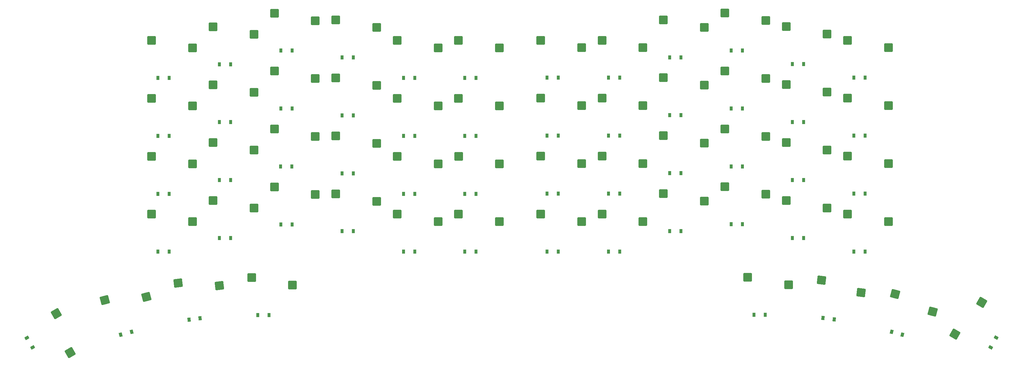
<source format=gbr>
%TF.GenerationSoftware,KiCad,Pcbnew,7.0.10*%
%TF.CreationDate,2024-02-10T22:50:59-05:00*%
%TF.ProjectId,blahajergo,626c6168-616a-4657-9267-6f2e6b696361,rev?*%
%TF.SameCoordinates,Original*%
%TF.FileFunction,Paste,Bot*%
%TF.FilePolarity,Positive*%
%FSLAX46Y46*%
G04 Gerber Fmt 4.6, Leading zero omitted, Abs format (unit mm)*
G04 Created by KiCad (PCBNEW 7.0.10) date 2024-02-10 22:50:59*
%MOMM*%
%LPD*%
G01*
G04 APERTURE LIST*
G04 Aperture macros list*
%AMRoundRect*
0 Rectangle with rounded corners*
0 $1 Rounding radius*
0 $2 $3 $4 $5 $6 $7 $8 $9 X,Y pos of 4 corners*
0 Add a 4 corners polygon primitive as box body*
4,1,4,$2,$3,$4,$5,$6,$7,$8,$9,$2,$3,0*
0 Add four circle primitives for the rounded corners*
1,1,$1+$1,$2,$3*
1,1,$1+$1,$4,$5*
1,1,$1+$1,$6,$7*
1,1,$1+$1,$8,$9*
0 Add four rect primitives between the rounded corners*
20,1,$1+$1,$2,$3,$4,$5,0*
20,1,$1+$1,$4,$5,$6,$7,0*
20,1,$1+$1,$6,$7,$8,$9,0*
20,1,$1+$1,$8,$9,$2,$3,0*%
%AMRotRect*
0 Rectangle, with rotation*
0 The origin of the aperture is its center*
0 $1 length*
0 $2 width*
0 $3 Rotation angle, in degrees counterclockwise*
0 Add horizontal line*
21,1,$1,$2,0,0,$3*%
G04 Aperture macros list end*
%ADD10RoundRect,0.250000X-1.025000X-1.000000X1.025000X-1.000000X1.025000X1.000000X-1.025000X1.000000X0*%
%ADD11R,0.900000X1.200000*%
%ADD12RoundRect,0.250000X-0.895490X-1.117462X1.139229X-0.867630X0.895490X1.117462X-1.139229X0.867630X0*%
%ADD13RoundRect,0.250000X0.353525X-1.387676X1.378525X0.387676X-0.353525X1.387676X-1.378525X-0.387676X0*%
%ADD14RoundRect,0.250000X-1.248893X-0.700636X0.731255X-1.231215X1.248893X0.700636X-0.731255X1.231215X0*%
%ADD15RotRect,0.900000X1.200000X7.000000*%
%ADD16RotRect,0.900000X1.200000X15.000000*%
%ADD17RotRect,0.900000X1.200000X353.000000*%
%ADD18RoundRect,0.250000X-0.731255X-1.231215X1.248893X-0.700636X0.731255X1.231215X-1.248893X0.700636X0*%
%ADD19RotRect,0.900000X1.200000X60.000000*%
%ADD20RoundRect,0.250000X-1.378525X0.387676X-0.353525X-1.387676X1.378525X-0.387676X0.353525X1.387676X0*%
%ADD21RoundRect,0.250000X-1.139229X-0.867630X0.895490X-1.117462X1.139229X0.867630X-0.895490X1.117462X0*%
%ADD22RotRect,0.900000X1.200000X345.000000*%
%ADD23RotRect,0.900000X1.200000X300.000000*%
G04 APERTURE END LIST*
D10*
%TO.C,S47*%
X127153105Y-98686896D03*
X139153105Y-100886896D03*
%TD*%
D11*
%TO.C,D29*%
X201003105Y-113686896D03*
X204303105Y-113686896D03*
%TD*%
%TO.C,D8*%
X243106647Y-164643310D03*
X246406647Y-164643310D03*
%TD*%
%TO.C,D37*%
X165003105Y-107686896D03*
X168303105Y-107686896D03*
%TD*%
%TO.C,D45*%
X147003105Y-156686896D03*
X150303105Y-156686896D03*
%TD*%
D10*
%TO.C,S31*%
X199159532Y-136681213D03*
X211159532Y-138881213D03*
%TD*%
%TO.C,S43*%
X145153105Y-111686896D03*
X157153105Y-113886896D03*
%TD*%
%TO.C,S1*%
X223256647Y-102643310D03*
X235256647Y-104843310D03*
%TD*%
%TO.C,S34*%
X181153105Y-119686896D03*
X193153105Y-121886896D03*
%TD*%
D11*
%TO.C,D1*%
X225106647Y-113643310D03*
X228406647Y-113643310D03*
%TD*%
D10*
%TO.C,S30*%
X199147050Y-119673862D03*
X211147050Y-121873862D03*
%TD*%
%TO.C,S42*%
X145153105Y-94686896D03*
X157153105Y-96886896D03*
%TD*%
D11*
%TO.C,D30*%
X201003105Y-130686896D03*
X204303105Y-130686896D03*
%TD*%
D10*
%TO.C,S38*%
X163153105Y-113686896D03*
X175153105Y-115886896D03*
%TD*%
%TO.C,S39*%
X163153105Y-130686896D03*
X175153105Y-132886896D03*
%TD*%
D11*
%TO.C,D41*%
X140307760Y-183250322D03*
X143607760Y-183250322D03*
%TD*%
D12*
%TO.C,S46*%
X116869027Y-173923835D03*
X129047694Y-174645004D03*
%TD*%
D13*
%TO.C,S28*%
X344750409Y-188850802D03*
X352655664Y-179558497D03*
%TD*%
D10*
%TO.C,S33*%
X181153105Y-102686896D03*
X193153105Y-104886896D03*
%TD*%
D11*
%TO.C,D31*%
X201003105Y-147686896D03*
X204303105Y-147686896D03*
%TD*%
D10*
%TO.C,S22*%
X295256647Y-149643310D03*
X307256647Y-151843310D03*
%TD*%
%TO.C,S10*%
X259256647Y-113643310D03*
X271256647Y-115843310D03*
%TD*%
D14*
%TO.C,S23*%
X327229745Y-177070906D03*
X338251453Y-182301772D03*
%TD*%
D10*
%TO.C,S35*%
X181153105Y-136686896D03*
X193153105Y-138886896D03*
%TD*%
%TO.C,S15*%
X277256647Y-111643310D03*
X289256647Y-113843310D03*
%TD*%
D11*
%TO.C,D54*%
X111003105Y-147686896D03*
X114303105Y-147686896D03*
%TD*%
%TO.C,D17*%
X279106647Y-156643310D03*
X282406647Y-156643310D03*
%TD*%
D10*
%TO.C,S2*%
X223256647Y-119643310D03*
X235256647Y-121843310D03*
%TD*%
D11*
%TO.C,D4*%
X225106647Y-164643310D03*
X228406647Y-164643310D03*
%TD*%
D10*
%TO.C,S37*%
X163153105Y-96686896D03*
X175153105Y-98886896D03*
%TD*%
%TO.C,S29*%
X199153105Y-102686896D03*
X211153105Y-104886896D03*
%TD*%
D11*
%TO.C,D25*%
X315106647Y-130643310D03*
X318406647Y-130643310D03*
%TD*%
%TO.C,D19*%
X297106647Y-109643310D03*
X300406647Y-109643310D03*
%TD*%
D10*
%TO.C,S44*%
X145153105Y-128686896D03*
X157153105Y-130886896D03*
%TD*%
D15*
%TO.C,D46*%
X120083433Y-184616384D03*
X123358835Y-184214216D03*
%TD*%
D16*
%TO.C,D51*%
X100052499Y-189072594D03*
X103240055Y-188218492D03*
%TD*%
D10*
%TO.C,S24*%
X313256647Y-102643310D03*
X325256647Y-104843310D03*
%TD*%
D11*
%TO.C,D9*%
X261106647Y-107643310D03*
X264406647Y-107643310D03*
%TD*%
D10*
%TO.C,S49*%
X127153105Y-132686896D03*
X139153105Y-134886896D03*
%TD*%
%TO.C,S25*%
X313256647Y-119643310D03*
X325256647Y-121843310D03*
%TD*%
D17*
%TO.C,D18*%
X306050917Y-184170630D03*
X309326319Y-184572798D03*
%TD*%
D11*
%TO.C,D36*%
X183003105Y-164686896D03*
X186303105Y-164686896D03*
%TD*%
D10*
%TO.C,S48*%
X127153105Y-115686896D03*
X139153105Y-117886896D03*
%TD*%
D11*
%TO.C,D50*%
X129003105Y-160686896D03*
X132303105Y-160686896D03*
%TD*%
D10*
%TO.C,S8*%
X241256647Y-153643310D03*
X253256647Y-155843310D03*
%TD*%
D11*
%TO.C,D52*%
X111003105Y-113686896D03*
X114303105Y-113686896D03*
%TD*%
%TO.C,D39*%
X165003105Y-141686896D03*
X168303105Y-141686896D03*
%TD*%
%TO.C,D33*%
X183003105Y-113686896D03*
X186303105Y-113686896D03*
%TD*%
D10*
%TO.C,S53*%
X109153105Y-119686896D03*
X121153105Y-121886896D03*
%TD*%
D11*
%TO.C,D53*%
X111003105Y-130686896D03*
X114303105Y-130686896D03*
%TD*%
D18*
%TO.C,S51*%
X95418526Y-178926226D03*
X107579038Y-177945434D03*
%TD*%
D10*
%TO.C,S55*%
X109153105Y-153686896D03*
X121153105Y-155886896D03*
%TD*%
D11*
%TO.C,D24*%
X315106647Y-113643310D03*
X318406647Y-113643310D03*
%TD*%
D10*
%TO.C,S11*%
X259256647Y-130643310D03*
X271256647Y-132843310D03*
%TD*%
D11*
%TO.C,D48*%
X129003105Y-126686896D03*
X132303105Y-126686896D03*
%TD*%
%TO.C,D34*%
X183003105Y-130686896D03*
X186303105Y-130686896D03*
%TD*%
%TO.C,D43*%
X147003105Y-122686896D03*
X150303105Y-122686896D03*
%TD*%
D10*
%TO.C,S16*%
X277256647Y-128643310D03*
X289256647Y-130843310D03*
%TD*%
D11*
%TO.C,D47*%
X129003105Y-109686896D03*
X132303105Y-109686896D03*
%TD*%
%TO.C,D44*%
X146997050Y-139673862D03*
X150297050Y-139673862D03*
%TD*%
%TO.C,D27*%
X315106647Y-164643310D03*
X318406647Y-164643310D03*
%TD*%
%TO.C,D42*%
X147003105Y-105686896D03*
X150303105Y-105686896D03*
%TD*%
%TO.C,D7*%
X243106647Y-147643310D03*
X246406647Y-147643310D03*
%TD*%
D10*
%TO.C,S21*%
X295256647Y-132643310D03*
X307256647Y-134843310D03*
%TD*%
D11*
%TO.C,D2*%
X225106647Y-130643310D03*
X228406647Y-130643310D03*
%TD*%
%TO.C,D16*%
X279106647Y-139643310D03*
X282406647Y-139643310D03*
%TD*%
D10*
%TO.C,S5*%
X241256647Y-102643310D03*
X253256647Y-104843310D03*
%TD*%
D11*
%TO.C,D14*%
X279106647Y-105643310D03*
X282406647Y-105643310D03*
%TD*%
%TO.C,D15*%
X279106647Y-122643310D03*
X282406647Y-122643310D03*
%TD*%
D10*
%TO.C,S4*%
X223256647Y-153643310D03*
X235256647Y-155843310D03*
%TD*%
%TO.C,S50*%
X127153105Y-149686896D03*
X139153105Y-151886896D03*
%TD*%
%TO.C,S6*%
X241256647Y-119643310D03*
X253256647Y-121843310D03*
%TD*%
%TO.C,S20*%
X295256647Y-115643310D03*
X307256647Y-117843310D03*
%TD*%
%TO.C,S32*%
X199153105Y-153686896D03*
X211153105Y-155886896D03*
%TD*%
%TO.C,S26*%
X313256647Y-136643310D03*
X325256647Y-138843310D03*
%TD*%
D11*
%TO.C,D38*%
X165003105Y-124686896D03*
X168303105Y-124686896D03*
%TD*%
D19*
%TO.C,D28*%
X355201688Y-192748655D03*
X356851688Y-189890771D03*
%TD*%
D10*
%TO.C,S41*%
X138457760Y-172250322D03*
X150457760Y-174450322D03*
%TD*%
D11*
%TO.C,D32*%
X201003105Y-164686896D03*
X204303105Y-164686896D03*
%TD*%
%TO.C,D10*%
X261106647Y-124643310D03*
X264406647Y-124643310D03*
%TD*%
%TO.C,D11*%
X261106647Y-141643310D03*
X264406647Y-141643310D03*
%TD*%
D10*
%TO.C,S17*%
X277256647Y-145643310D03*
X289256647Y-147843310D03*
%TD*%
%TO.C,S9*%
X259256647Y-96643310D03*
X271256647Y-98843310D03*
%TD*%
D11*
%TO.C,D13*%
X285801992Y-183206736D03*
X289101992Y-183206736D03*
%TD*%
%TO.C,D21*%
X297106647Y-143643310D03*
X300406647Y-143643310D03*
%TD*%
%TO.C,D20*%
X297106647Y-126643310D03*
X300406647Y-126643310D03*
%TD*%
D10*
%TO.C,S12*%
X259256647Y-147643310D03*
X271256647Y-149843310D03*
%TD*%
D11*
%TO.C,D22*%
X297106647Y-160643310D03*
X300406647Y-160643310D03*
%TD*%
%TO.C,D6*%
X243106647Y-130643310D03*
X246406647Y-130643310D03*
%TD*%
D10*
%TO.C,S45*%
X145153105Y-145686896D03*
X157153105Y-147886896D03*
%TD*%
D11*
%TO.C,D26*%
X315106647Y-147643310D03*
X318406647Y-147643310D03*
%TD*%
%TO.C,D35*%
X183003105Y-147686896D03*
X186303105Y-147686896D03*
%TD*%
D20*
%TO.C,S56*%
X81159343Y-182832210D03*
X85254088Y-194324515D03*
%TD*%
D11*
%TO.C,D3*%
X225106647Y-147643310D03*
X228406647Y-147643310D03*
%TD*%
%TO.C,D40*%
X165003105Y-158686896D03*
X168303105Y-158686896D03*
%TD*%
D10*
%TO.C,S13*%
X283951992Y-172206736D03*
X295951992Y-174406736D03*
%TD*%
%TO.C,S3*%
X223256647Y-136643310D03*
X235256647Y-138843310D03*
%TD*%
D11*
%TO.C,D12*%
X261106647Y-158643310D03*
X264406647Y-158643310D03*
%TD*%
D21*
%TO.C,S18*%
X305592902Y-173027163D03*
X317235343Y-176673197D03*
%TD*%
D10*
%TO.C,S36*%
X181153105Y-153686896D03*
X193153105Y-155886896D03*
%TD*%
%TO.C,S52*%
X109153105Y-102686896D03*
X121153105Y-104886896D03*
%TD*%
%TO.C,S7*%
X241256647Y-136643310D03*
X253256647Y-138843310D03*
%TD*%
%TO.C,S14*%
X277256647Y-94643310D03*
X289256647Y-96843310D03*
%TD*%
D22*
%TO.C,D23*%
X326169697Y-188174906D03*
X329357253Y-189029008D03*
%TD*%
D11*
%TO.C,D5*%
X243106647Y-113643310D03*
X246406647Y-113643310D03*
%TD*%
D10*
%TO.C,S54*%
X109153105Y-136686896D03*
X121153105Y-138886896D03*
%TD*%
D11*
%TO.C,D49*%
X129003105Y-143686896D03*
X132303105Y-143686896D03*
%TD*%
D23*
%TO.C,D56*%
X72558064Y-189934357D03*
X74208064Y-192792241D03*
%TD*%
D10*
%TO.C,S19*%
X295256647Y-98643310D03*
X307256647Y-100843310D03*
%TD*%
%TO.C,S27*%
X313256647Y-153643310D03*
X325256647Y-155843310D03*
%TD*%
%TO.C,S40*%
X163153105Y-147686896D03*
X175153105Y-149886896D03*
%TD*%
D11*
%TO.C,D55*%
X111003105Y-164686896D03*
X114303105Y-164686896D03*
%TD*%
M02*

</source>
